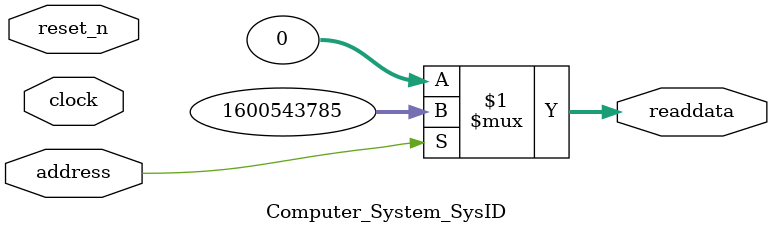
<source format=v>



// synthesis translate_off
`timescale 1ns / 1ps
// synthesis translate_on

// turn off superfluous verilog processor warnings 
// altera message_level Level1 
// altera message_off 10034 10035 10036 10037 10230 10240 10030 

module Computer_System_SysID (
               // inputs:
                address,
                clock,
                reset_n,

               // outputs:
                readdata
             )
;

  output  [ 31: 0] readdata;
  input            address;
  input            clock;
  input            reset_n;

  wire    [ 31: 0] readdata;
  //control_slave, which is an e_avalon_slave
  assign readdata = address ? 1600543785 : 0;

endmodule



</source>
